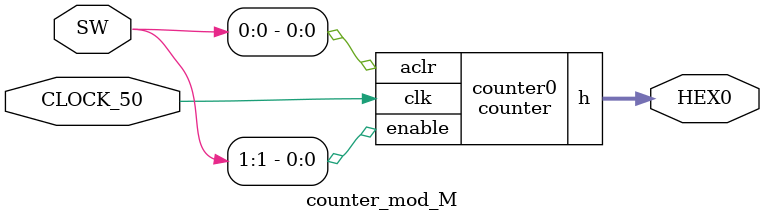
<source format=v>
module counter_modulo_M
	#(parameter M=10)
	(input clk,aclr,enable,
	output reg [N-1:0] Q);
	localparam N=clogb2(M-1);
	
	function integer clogb2(input [31:0] v);
	for (clogb2 = 0; v > 0; clogb2 = clogb2 + 1)
		v = v >> 1;
	endfunction
	
	always @(posedge clk, negedge aclr)
		if (!aclr)
			Q <= {N{1'b0}};
		else if (Q == M-1)
			Q <= {N{1'b0}};
		else if (enable)
			Q <= Q + 1'b1;
		else	
			Q <= Q;
endmodule

module counter_mod_10(
	input clk,aclr,enable,
	output [3:0] Q);
	counter_modulo_M #(10) ex(clk,aclr,enable,Q);
endmodule

module counter(
	input clk,aclr,enable,
	output [0:6] h);
	localparam sizeA=clogb2(50000000);
	
	function integer clogb2(input [31:0] v);
		for (clogb2 = 0; v > 0; clogb2 = clogb2 + 1)
			v = v >> 1;
	endfunction
	
	wire [sizeA-1:0] A;
	wire e_1_sec;
	wire [3:0] B;
	counter_modulo_M #(50000000) ex0(clk,aclr,enable,A);
	assign e_1_sec = ~|A;
	counter_modulo_M #(9) ex1(clk,aclr,e_1_sec,B);
	displayer displayer0(B,h);
endmodule

module displayer(
	input [3:0] SW,
	output reg [0:6] HEX0);
	always @(*) begin
		casex(SW)
			4'd0: HEX0=7'b0000001;
			4'd1: HEX0=7'b1001111;
			4'd2: HEX0=7'b0010010;
			4'd3: HEX0=7'b0000110;
			4'd4: HEX0=7'b1001100;
			4'd5: HEX0=7'b0100100;
			4'd6: HEX0=7'b0100000;
			4'd7: HEX0=7'b0001111;
			4'd8: HEX0=7'b0000000;
			4'd9: HEX0=7'b0000100;
			default: HEX0=7'b1111111;
		endcase
	end
endmodule

module counter_mod_M(
	input CLOCK_50,
	input [1:0] SW,
	output [0:6] HEX0);
	counter counter0(CLOCK_50,SW[0],SW[1],HEX0);
endmodule
</source>
